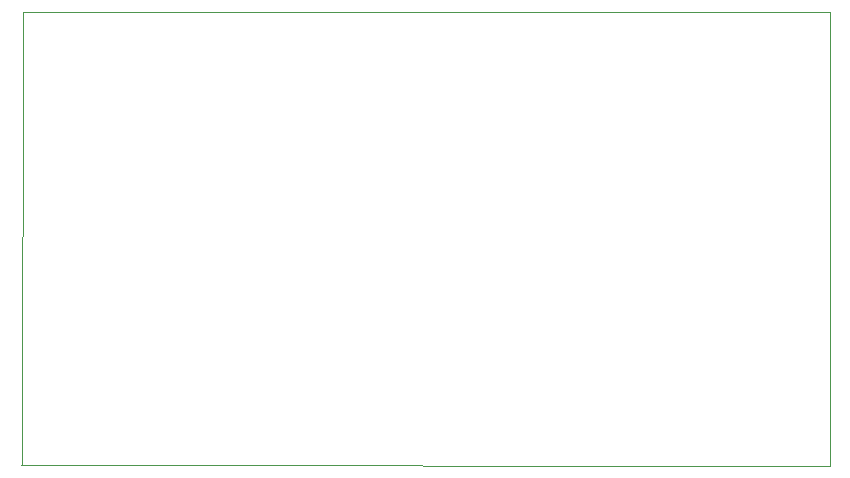
<source format=gbr>
%TF.GenerationSoftware,KiCad,Pcbnew,9.0.4*%
%TF.CreationDate,2025-09-12T11:43:07+02:00*%
%TF.ProjectId,inverter comms,696e7665-7274-4657-9220-636f6d6d732e,rev?*%
%TF.SameCoordinates,Original*%
%TF.FileFunction,Profile,NP*%
%FSLAX46Y46*%
G04 Gerber Fmt 4.6, Leading zero omitted, Abs format (unit mm)*
G04 Created by KiCad (PCBNEW 9.0.4) date 2025-09-12 11:43:07*
%MOMM*%
%LPD*%
G01*
G04 APERTURE LIST*
%TA.AperFunction,Profile*%
%ADD10C,0.050000*%
%TD*%
G04 APERTURE END LIST*
D10*
X102500000Y-65700000D02*
X170800000Y-65700000D01*
X170800000Y-104200000D02*
X102300000Y-104100000D01*
X102397872Y-104100000D02*
X102500000Y-65700000D01*
X170800000Y-65700000D02*
X170800000Y-104200000D01*
M02*

</source>
